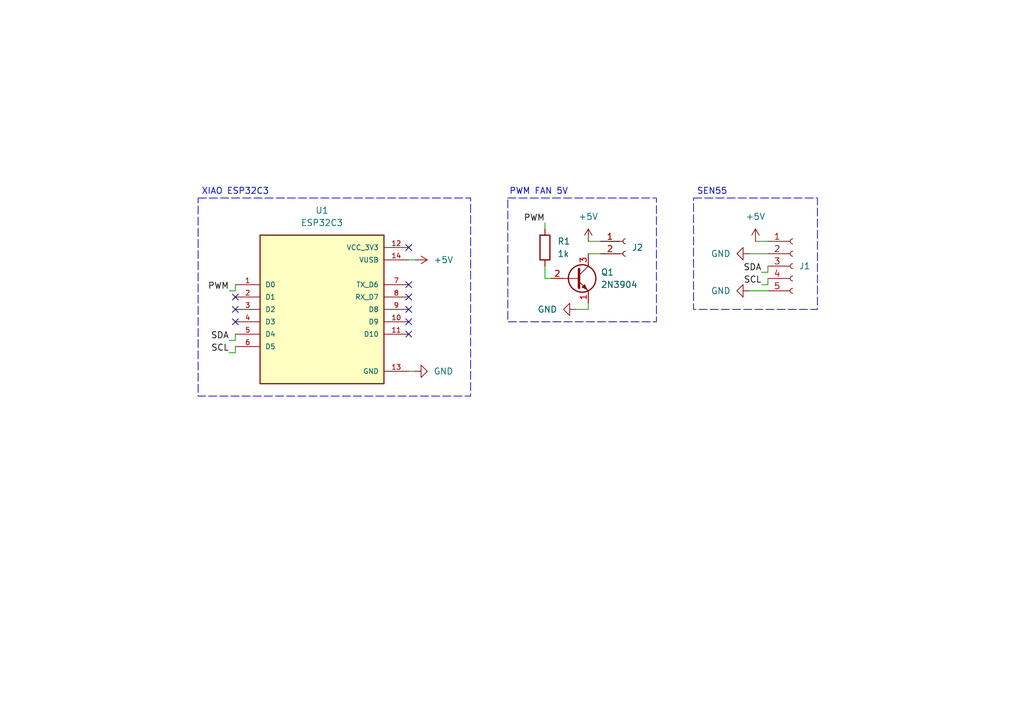
<source format=kicad_sch>
(kicad_sch (version 20250114) (generator "eeschema") (generator_version "9.0")
  (paper "A5")
  (title_block (title "ESP32 Breakout") (date "2025-08-11") (rev "1") (company "AERIS"))
  (lib_symbols
    (symbol "Connector:Conn_01x02_Socket" (pin_names (offset 1.016) (hide yes))
      (property "Reference" "J" (at 0 2.54 0))
      (property "Value" "Conn_01x02_Socket" (at 0 -5.08 0))
      (symbol "Conn_01x02_Socket_1_1"
        (polyline (pts (xy -1.27 0) (xy -0.508 0)) (stroke (width 0.1524)))
        (polyline (pts (xy -1.27 -2.54) (xy -0.508 -2.54)) (stroke (width 0.1524)))
        (arc (start 0 -0.508) (mid -0.5058 0) (end 0 0.508) (stroke (width 0.1524)))
        (arc (start 0 -3.048) (mid -0.5058 -2.54) (end 0 -2.032) (stroke (width 0.1524)))
        (pin passive line (at -5.08 0 0) (length 3.81) (name "Pin_1") (number "1"))
        (pin passive line (at -5.08 -2.54 0) (length 3.81) (name "Pin_2") (number "2"))
      )
    )
    (symbol "Connector:Conn_01x05_Socket" (pin_names (offset 1.016) (hide yes))
      (property "Reference" "J" (at 0 7.62 0))
      (property "Value" "Conn_01x05_Socket" (at 0 -7.62 0))
      (symbol "Conn_01x05_Socket_1_1"
        (polyline (pts (xy -1.27 5.08) (xy -0.508 5.08)) (stroke (width 0.1524)))
        (polyline (pts (xy -1.27 2.54) (xy -0.508 2.54)) (stroke (width 0.1524)))
        (polyline (pts (xy -1.27 0) (xy -0.508 0)) (stroke (width 0.1524)))
        (polyline (pts (xy -1.27 -2.54) (xy -0.508 -2.54)) (stroke (width 0.1524)))
        (polyline (pts (xy -1.27 -5.08) (xy -0.508 -5.08)) (stroke (width 0.1524)))
        (arc (start 0 4.572) (mid -0.5058 5.08) (end 0 5.588) (stroke (width 0.1524)))
        (arc (start 0 2.032) (mid -0.5058 2.54) (end 0 3.048) (stroke (width 0.1524)))
        (arc (start 0 -0.508) (mid -0.5058 0) (end 0 0.508) (stroke (width 0.1524)))
        (arc (start 0 -3.048) (mid -0.5058 -2.54) (end 0 -2.032) (stroke (width 0.1524)))
        (arc (start 0 -5.588) (mid -0.5058 -5.08) (end 0 -4.572) (stroke (width 0.1524)))
        (pin passive line (at -5.08 5.08 0) (length 3.81) (name "Pin_1") (number "1"))
        (pin passive line (at -5.08 2.54 0) (length 3.81) (name "Pin_2") (number "2"))
        (pin passive line (at -5.08 0 0) (length 3.81) (name "Pin_3") (number "3"))
        (pin passive line (at -5.08 -2.54 0) (length 3.81) (name "Pin_4") (number "4"))
        (pin passive line (at -5.08 -5.08 0) (length 3.81) (name "Pin_5") (number "5"))
      )
    )
    (symbol "Custom Symbols:XIAO_ESP32C3" (pin_names (offset 1.016))
      (property "Reference" "U" (at -12.7 16.002 0))
      (property "Value" "XIAO_ESP32C3" (at -12.7 -17.78 0))
      (symbol "XIAO_ESP32C3_0_0"
        (rectangle (start -12.7 -15.24) (end 12.7 15.24) (stroke (width 0.254)) (fill (type background)))
        (pin bidirectional line (at -17.78 5.08 0) (length 5.08) (name "D0") (number "1"))
        (pin bidirectional line (at -17.78 2.54 0) (length 5.08) (name "D1") (number "2"))
        (pin bidirectional line (at -17.78 0 0) (length 5.08) (name "D2") (number "3"))
        (pin bidirectional line (at -17.78 -2.54 0) (length 5.08) (name "D3") (number "4"))
        (pin bidirectional line (at -17.78 -5.08 0) (length 5.08) (name "D4") (number "5"))
        (pin bidirectional line (at -17.78 -7.62 0) (length 5.08) (name "D5") (number "6"))
        (pin bidirectional line (at 17.78 5.08 180) (length 5.08) (name "TX_D6") (number "7"))
        (pin bidirectional line (at 17.78 2.54 180) (length 5.08) (name "RX_D7") (number "8"))
        (pin bidirectional line (at 17.78 0 180) (length 5.08) (name "D8") (number "9"))
        (pin bidirectional line (at 17.78 -2.54 180) (length 5.08) (name "D9") (number "10"))
        (pin bidirectional line (at 17.78 -5.08 180) (length 5.08) (name "D10") (number "11"))
      )
      (symbol "XIAO_ESP32C3_1_0"
        (pin power_out line (at 17.78 12.7 180) (length 5.08) (name "VCC_3V3") (number "12"))
        (pin power_out line (at 17.78 10.16 180) (length 5.08) (name "VUSB") (number "14"))
        (pin power_out line (at 17.78 -12.7 180) (length 5.08) (name "GND") (number "13"))
      )
    )
    (symbol "Device:R" (pin_numbers (hide yes)) (pin_names (offset 0))
      (property "Reference" "R" (at 2.032 0 90))
      (property "Value" "R" (at 0 0 90))
      (symbol "R_0_1"
        (rectangle (start -1.016 -2.54) (end 1.016 2.54) (stroke (width 0.254)))
      )
      (symbol "R_1_1"
        (pin passive line (at 0 3.81 270) (length 1.27) (name "~") (number "1"))
        (pin passive line (at 0 -3.81 90) (length 1.27) (name "~") (number "2"))
      )
    )
    (symbol "Transistor_BJT:2N3904" (pin_names (offset 0) (hide yes))
      (property "Reference" "Q" (at 5.08 1.905 0))
      (property "Value" "2N3904" (at 5.08 0 0))
      (symbol "2N3904_0_1"
        (polyline (pts (xy -2.54 0) (xy 0.635 0)))
        (polyline (pts (xy 0.635 1.905) (xy 0.635 -1.905)) (stroke (width 0.508)))
        (circle (center 1.27 0) (radius 2.8194) (stroke (width 0.254)))
      )
      (symbol "2N3904_1_1"
        (polyline (pts (xy 0.635 0.635) (xy 2.54 2.54)))
        (polyline (pts (xy 0.635 -0.635) (xy 2.54 -2.54)))
        (polyline (pts (xy 1.27 -1.778) (xy 1.778 -1.27) (xy 2.286 -2.286) (xy 1.27 -1.778)) (fill (type outline)))
        (pin input line (at -5.08 0 0) (length 2.54) (name "B") (number "2"))
        (pin passive line (at 2.54 5.08 270) (length 2.54) (name "C") (number "3"))
        (pin passive line (at 2.54 -5.08 90) (length 2.54) (name "E") (number "1"))
      )
    )
    (symbol "power:+5V" (power) (pin_numbers (hide yes)) (pin_names (offset 0) (hide yes))
      (property "Value" "+5V" (at 0 3.556 0))
      (symbol "+5V_0_1"
        (polyline (pts (xy -0.762 1.27) (xy 0 2.54)))
        (polyline (pts (xy 0 2.54) (xy 0.762 1.27)))
        (polyline (pts (xy 0 0) (xy 0 2.54)))
      )
      (symbol "+5V_1_1"
        (pin power_in line (at 0 0 90) (length 0) (name "~") (number "1"))
      )
    )
    (symbol "power:GND" (power) (pin_numbers (hide yes)) (pin_names (offset 0) (hide yes))
      (property "Value" "GND" (at 0 -3.81 0))
      (symbol "GND_0_1"
        (polyline (pts (xy 0 0) (xy 0 -1.27) (xy 1.27 -1.27) (xy 0 -2.54) (xy -1.27 -1.27) (xy 0 -1.27)))
      )
      (symbol "GND_1_1"
        (pin power_in line (at 0 0 270) (length 0) (name "~") (number "1"))
      )
    )
  )
  (rectangle (start 40.64 40.64) (end 96.52 81.28) (stroke (width 0) (type dash)))
  (rectangle (start 142.24 40.64) (end 167.64 63.5) (stroke (width 0) (type dash)))
  (rectangle (start 104.14 40.64) (end 134.62 66.04) (stroke (width 0) (type dash)))
  (text "SEN55" (at 146.05 39.37 0) (effects (font (size 1.27 1.27))))
  (text "PWM FAN 5V\n" (at 110.49 39.37 0) (effects (font (size 1.27 1.27))))
  (text "XIAO ESP32C3" (at 48.26 39.37 0) (effects (font (size 1.27 1.27))))
  (no_connect (at 83.82 60.96))
  (no_connect (at 48.26 66.04))
  (no_connect (at 48.26 63.5))
  (no_connect (at 83.82 58.42))
  (no_connect (at 48.26 60.96))
  (no_connect (at 83.82 68.58))
  (no_connect (at 83.82 63.5))
  (no_connect (at 83.82 50.8))
  (no_connect (at 83.82 66.04))
  (wire (pts (xy 153.67 52.07) (xy 157.48 52.07)))
  (wire (pts (xy 156.21 55.88) (xy 157.48 55.88)))
  (wire (pts (xy 46.99 72.39) (xy 48.26 72.39)))
  (wire (pts (xy 46.99 59.69) (xy 48.26 59.69)))
  (wire (pts (xy 157.48 55.88) (xy 157.48 54.61)))
  (wire (pts (xy 83.82 76.2) (xy 85.09 76.2)))
  (wire (pts (xy 120.65 63.5) (xy 120.65 62.23)))
  (wire (pts (xy 83.82 53.34) (xy 85.09 53.34)))
  (wire (pts (xy 120.65 49.53) (xy 123.19 49.53)))
  (wire (pts (xy 120.65 52.07) (xy 123.19 52.07)))
  (wire (pts (xy 48.26 59.69) (xy 48.26 58.42)))
  (wire (pts (xy 154.94 49.53) (xy 157.48 49.53)))
  (wire (pts (xy 157.48 58.42) (xy 157.48 57.15)))
  (wire (pts (xy 111.76 45.72) (xy 111.76 46.99)))
  (wire (pts (xy 111.76 57.15) (xy 113.03 57.15)))
  (wire (pts (xy 48.26 72.39) (xy 48.26 71.12)))
  (wire (pts (xy 153.67 59.69) (xy 157.48 59.69)))
  (wire (pts (xy 48.26 69.85) (xy 48.26 68.58)))
  (wire (pts (xy 111.76 54.61) (xy 111.76 57.15)))
  (wire (pts (xy 118.11 63.5) (xy 120.65 63.5)))
  (wire (pts (xy 46.99 69.85) (xy 48.26 69.85)))
  (wire (pts (xy 156.21 58.42) (xy 157.48 58.42)))
  (label "PWM" (at 111.76 45.72 180))
  (label "SCL" (at 46.99 72.39 180))
  (label "SCL" (at 156.21 58.42 180))
  (label "PWM" (at 46.99 59.69 180))
  (label "SDA" (at 156.21 55.88 180))
  (label "SDA" (at 46.99 69.85 180))
  (symbol (lib_id "power:+5V") (at 154.94 49.53 0) (unit 1)
    (property "Reference" "#PWR03" (effects (hide yes)))
    (property "Value" "+5V" (at 154.94 44.45 0))
    (property "Description" "Power symbol creates a global label with name \"+5V\"" (effects (hide yes)))
  )
  (symbol (lib_id "power:GND") (at 153.67 59.69 270) (unit 1)
    (property "Reference" "#PWR05" (effects (hide yes)))
    (property "Value" "GND" (at 149.86 59.6899 90) (effects (justify right)))
    (property "Description" "Power symbol creates a global label with name \"GND\" , ground" (effects (hide yes)))
  )
  (symbol (lib_id "power:GND") (at 85.09 76.2 90) (unit 1)
    (property "Reference" "#PWR02" (effects (hide yes)))
    (property "Value" "GND" (at 88.9 76.1999 90) (effects (justify right)))
    (property "Description" "Power symbol creates a global label with name \"GND\" , ground" (effects (hide yes)))
  )
  (symbol (lib_id "Transistor_BJT:2N3904") (at 118.11 57.15 0) (unit 1)
    (property "Reference" "Q1" (at 123.19 55.8799 0) (effects (justify left)))
    (property "Value" "2N3904" (at 123.19 58.4199 0) (effects (justify left)))
    (property "Footprint" "Custom Footprints:TO-92_Inline" (effects (hide yes)))
    (property "Datasheet" "https://www.onsemi.com/pub/Collateral/2N3903-D.PDF" (effects (hide yes)))
    (property "Description" "0.2A Ic, 40V Vce, Small Signal NPN Transistor, TO-92" (effects (hide yes)))
  )
  (symbol (lib_id "power:GND") (at 118.11 63.5 270) (unit 1)
    (property "Reference" "#PWR07" (effects (hide yes)))
    (property "Value" "GND" (at 114.3 63.4999 90) (effects (justify right)))
    (property "Description" "Power symbol creates a global label with name \"GND\" , ground" (effects (hide yes)))
  )
  (symbol (lib_id "Custom Symbols:XIAO_ESP32C3") (at 66.04 63.5 0) (unit 1)
    (property "Reference" "U1" (at 66.04 43.18 0))
    (property "Value" "ESP32C3" (at 66.04 45.72 0))
    (property "Footprint" "Custom Footprints:XIAO_ESP32" (effects (hide yes)))
    (property "MF" "Seeed Technology Co., Ltd" (effects (hide yes)))
    (property "MAXIMUM_PACKAGE_HEIGHT" "N/A" (effects (hide yes)))
    (property "Package" "None" (effects (hide yes)))
    (property "Price" "None" (effects (hide yes)))
    (property "Check_prices" "https://www.snapeda.com/parts/113991054/Seeed+Studio/view-part/?ref=eda" (effects (hide yes)))
    (property "STANDARD" "Manufacturer Recommendations" (effects (hide yes)))
    (property "PARTREV" "23/05/2022" (effects (hide yes)))
    (property "SnapEDA_Link" "https://www.snapeda.com/parts/113991054/Seeed+Studio/view-part/?ref=snap" (effects (hide yes)))
    (property "MP" "113991054" (effects (hide yes)))
    (property "Description_1" "- ESP32-C3 Transceiver; 802.11 a/b/g/n (Wi-Fi, WiFi, WLAN), Bluetooth® Smart 4.x Low Energy (BLE) 2.4GHz Evaluation Board" (effects (hide yes)))
    (property "SNAPEDA_PN" "113991054" (effects (hide yes)))
    (property "Availability" "In Stock" (effects (hide yes)))
    (property "MANUFACTURER" "Seeed Technology" (effects (hide yes)))
  )
  (symbol (lib_id "Device:R") (at 111.76 50.8 0) (unit 1)
    (property "Reference" "R1" (at 114.3 49.5299 0) (effects (justify left)))
    (property "Value" "1k" (at 114.3 52.0699 0) (effects (justify left)))
    (property "Footprint" "Custom Footprints:R_Axial_DIN0207_L6.3mm_D2.5mm_P7.62mm_Horizontal" (effects (hide yes)))
    (property "Description" "Resistor" (effects (hide yes)))
  )
  (symbol (lib_id "power:GND") (at 153.67 52.07 270) (unit 1)
    (property "Reference" "#PWR04" (effects (hide yes)))
    (property "Value" "GND" (at 149.86 52.0699 90) (effects (justify right)))
    (property "Description" "Power symbol creates a global label with name \"GND\" , ground" (effects (hide yes)))
  )
  (symbol (lib_id "power:+5V") (at 85.09 53.34 270) (unit 1)
    (property "Reference" "#PWR01" (effects (hide yes)))
    (property "Value" "+5V" (at 88.9 53.3399 90) (effects (justify left)))
    (property "Description" "Power symbol creates a global label with name \"+5V\"" (effects (hide yes)))
  )
  (symbol (lib_id "Connector:Conn_01x02_Socket") (at 128.27 49.53 0) (unit 1)
    (property "Reference" "J2" (at 129.54 50.7999 0) (effects (justify left)))
    (property "Value" "Conn_01x02_Socket" (effects (hide yes)))
    (property "Footprint" "Custom Footprints:JST_XH_B2B-XH-A_1x02_P2.50mm_Vertical" (effects (hide yes)))
    (property "Description" "Generic connector, single row, 01x02, script generated" (effects (hide yes)))
  )
  (symbol (lib_id "power:+5V") (at 120.65 49.53 0) (unit 1)
    (property "Reference" "#PWR06" (effects (hide yes)))
    (property "Value" "+5V" (at 120.65 44.45 0))
    (property "Description" "Power symbol creates a global label with name \"+5V\"" (effects (hide yes)))
  )
  (symbol (lib_id "Connector:Conn_01x05_Socket") (at 162.56 54.61 0) (unit 1)
    (property "Reference" "J1" (at 163.83 54.6099 0) (effects (justify left)))
    (property "Value" "Conn_01x05_Socket" (effects (hide yes)))
    (property "Footprint" "Custom Footprints:JST_XH_B5B-XH-A_1x05_P2.50mm_Vertical" (effects (hide yes)))
    (property "Description" "Generic connector, single row, 01x05, script generated" (effects (hide yes)))
  )
)
</source>
